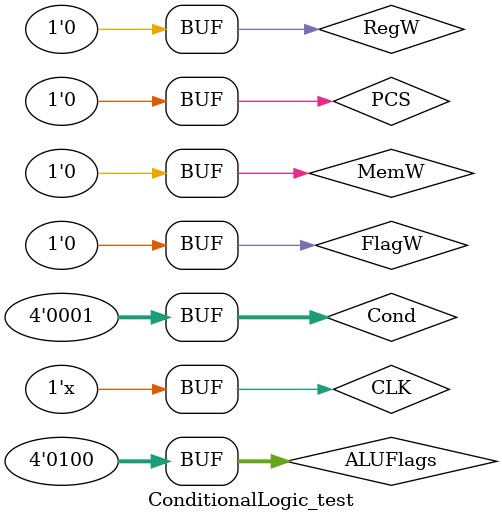
<source format=v>
`timescale 1ns / 1ps


module ConditionalLogic_test;

	// Inputs
	reg [3:0] Cond;
	reg [3:0] ALUFlags;
	reg FlagW;
	reg PCS;
	reg RegW;
	reg MemW;
	reg CLK=1;

	// Outputs
	wire PCSrc;
	wire RegWrite;
	wire MemWrite;
	wire CondEx;
	wire [3:0]Flags;

	// Instantiate the Unit Under Test (UUT)
	ConditionalLogic uut (
		.Cond(Cond), 
		.ALUFlags(ALUFlags), 
		.FlagW(FlagW), 
		.PCS(PCS), 
		.RegW(RegW), 
		.MemW(MemW), 
		.CLK(CLK), 
		.PCSrc(PCSrc), 
		.RegWrite(RegWrite), 
		.MemWrite(MemWrite),
		.CondEx(CondEx),
		.Flags(Flags)
	);
	always #5 CLK=~CLK;
	initial begin
		// cmp
		Cond = 4'b1110;
		ALUFlags = 4'b0011;
		FlagW = 1;
		PCS = 0;
		RegW = 0;
		MemW = 0;

		// bls
		#10;
        
		// Add stimulus here
		Cond = 4'b0001;
		ALUFlags = 4'b0000;
		FlagW = 1;
		PCS = 0;
		RegW = 0;
		MemW = 0;

		#10;
		
		Cond = 4'b1110;
		ALUFlags = 4'b0100;
		FlagW = 1;
		PCS = 0;
		RegW = 0;
		MemW = 0;

		// Wait 100 ns for global reset to finish
		#10;
        
		// Add stimulus here
		Cond = 4'b0001;
		ALUFlags = 4'b0100;
		FlagW = 0;
		PCS = 0;
		RegW = 0;
		MemW = 0;
	end
      
endmodule


</source>
